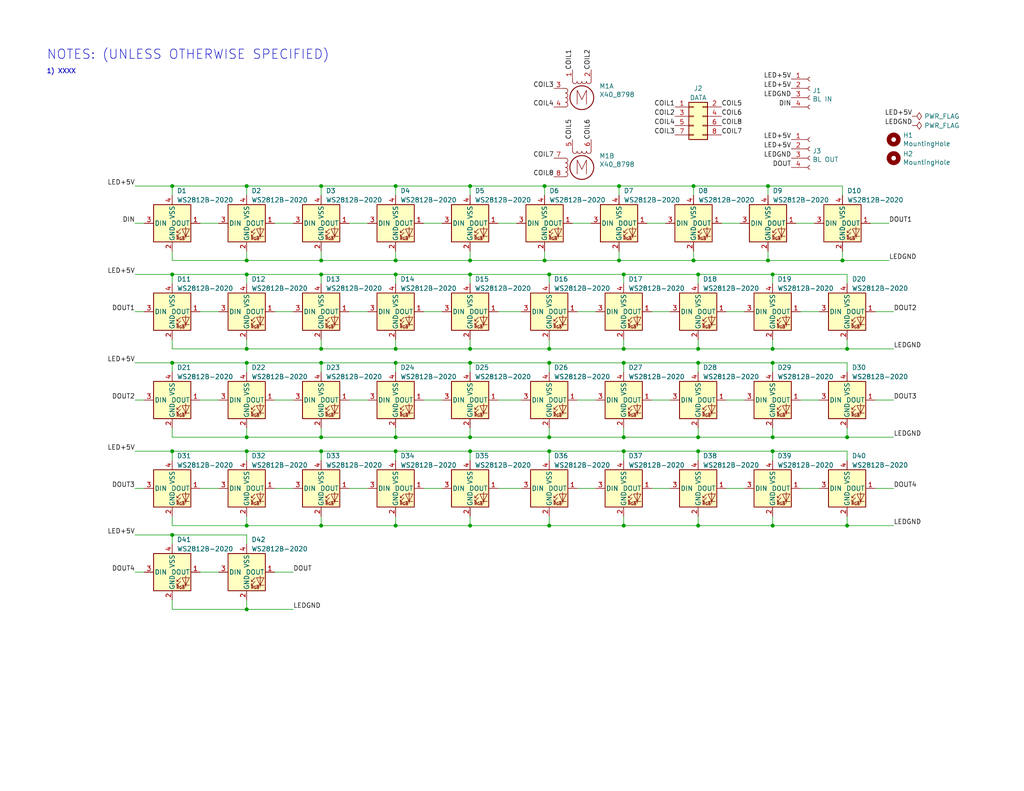
<source format=kicad_sch>
(kicad_sch (version 20211123) (generator eeschema)
  (paper "A")
  (title_block (title "DUAL NEEDLE GAUGE") (date "2021-11-06") (rev "1") (company "www.OpenHornet.com") (comment 1 "CC BY-NC-SA"))
  (lib_symbols
    (symbol "Connector:Conn_01x04_Female" (pin_names (offset 1.016) hide)
      (property "Reference" "J" (at 0 5.08 0))
      (property "Value" "Conn_01x04_Female" (at 0 -7.62 0))
      (symbol "Conn_01x04_Female_1_1"
        (arc (start 0 -4.572) (mid -0.508 -5.08) (end 0 -5.588) (stroke (width 0.1524)))
        (arc (start 0 -2.032) (mid -0.508 -2.54) (end 0 -3.048) (stroke (width 0.1524)))
        (polyline (pts (xy -1.27 -5.08) (xy -0.508 -5.08)) (stroke (width 0.1524)))
        (polyline (pts (xy -1.27 -2.54) (xy -0.508 -2.54)) (stroke (width 0.1524)))
        (polyline (pts (xy -1.27 0) (xy -0.508 0)) (stroke (width 0.1524)))
        (polyline (pts (xy -1.27 2.54) (xy -0.508 2.54)) (stroke (width 0.1524)))
        (arc (start 0 0.508) (mid -0.508 0) (end 0 -0.508) (stroke (width 0.1524)))
        (arc (start 0 3.048) (mid -0.508 2.54) (end 0 2.032) (stroke (width 0.1524)))
        (pin passive line (at -5.08 2.54 0) (length 3.81) (name "Pin_1") (number "1"))
        (pin passive line (at -5.08 0 0) (length 3.81) (name "Pin_2") (number "2"))
        (pin passive line (at -5.08 -2.54 0) (length 3.81) (name "Pin_3") (number "3"))
        (pin passive line (at -5.08 -5.08 0) (length 3.81) (name "Pin_4") (number "4"))
      )
    )
    (symbol "Connector_Generic:Conn_02x04_Odd_Even" (pin_names (offset 1.016) hide)
      (property "Reference" "J" (at 1.27 5.08 0))
      (property "Value" "Conn_02x04_Odd_Even" (at 1.27 -7.62 0))
      (symbol "Conn_02x04_Odd_Even_1_1"
        (rectangle (start -1.27 -4.953) (end 0 -5.207) (stroke (width 0.1524)))
        (rectangle (start -1.27 -2.413) (end 0 -2.667) (stroke (width 0.1524)))
        (rectangle (start -1.27 0.127) (end 0 -0.127) (stroke (width 0.1524)))
        (rectangle (start -1.27 2.667) (end 0 2.413) (stroke (width 0.1524)))
        (rectangle (start -1.27 3.81) (end 3.81 -6.35) (stroke (width 0.254)) (fill (type background)))
        (rectangle (start 3.81 -4.953) (end 2.54 -5.207) (stroke (width 0.1524)))
        (rectangle (start 3.81 -2.413) (end 2.54 -2.667) (stroke (width 0.1524)))
        (rectangle (start 3.81 0.127) (end 2.54 -0.127) (stroke (width 0.1524)))
        (rectangle (start 3.81 2.667) (end 2.54 2.413) (stroke (width 0.1524)))
        (pin passive line (at -5.08 2.54 0) (length 3.81) (name "Pin_1") (number "1"))
        (pin passive line (at 7.62 2.54 180) (length 3.81) (name "Pin_2") (number "2"))
        (pin passive line (at -5.08 0 0) (length 3.81) (name "Pin_3") (number "3"))
        (pin passive line (at 7.62 0 180) (length 3.81) (name "Pin_4") (number "4"))
        (pin passive line (at -5.08 -2.54 0) (length 3.81) (name "Pin_5") (number "5"))
        (pin passive line (at 7.62 -2.54 180) (length 3.81) (name "Pin_6") (number "6"))
        (pin passive line (at -5.08 -5.08 0) (length 3.81) (name "Pin_7") (number "7"))
        (pin passive line (at 7.62 -5.08 180) (length 3.81) (name "Pin_8") (number "8"))
      )
    )
    (symbol "KiCadCustomLib:WS2812B-2020" (pin_names (offset 0.254))
      (property "Reference" "D" (at 5.08 5.715 0))
      (property "Value" "WS2812B-2020" (at 1.27 -5.715 0))
      (symbol "WS2812B-2020_0_0"
        (text "RGB" (at 2.286 -4.191 0) (effects (font (size 0.762 0.762))))
      )
      (symbol "WS2812B-2020_0_1"
        (polyline (pts (xy 1.27 -3.556) (xy 1.778 -3.556)))
        (polyline (pts (xy 1.27 -2.54) (xy 1.778 -2.54)))
        (polyline (pts (xy 4.699 -3.556) (xy 2.667 -3.556)))
        (polyline (pts (xy 2.286 -2.54) (xy 1.27 -3.556) (xy 1.27 -3.048)))
        (polyline (pts (xy 2.286 -1.524) (xy 1.27 -2.54) (xy 1.27 -2.032)))
        (polyline (pts (xy 3.683 -1.016) (xy 3.683 -3.556) (xy 3.683 -4.064)))
        (polyline (pts (xy 4.699 -1.524) (xy 2.667 -1.524) (xy 3.683 -3.556) (xy 4.699 -1.524)))
        (rectangle (start 5.08 5.08) (end -5.08 -5.08) (stroke (width 0.254)) (fill (type background)))
      )
      (symbol "WS2812B-2020_1_1"
        (pin output line (at 7.62 0 180) (length 2.54) (name "DOUT") (number "1"))
        (pin power_in line (at 0 -7.62 90) (length 2.54) (name "GND") (number "2"))
        (pin input line (at -7.62 0 0) (length 2.54) (name "DIN") (number "3"))
        (pin power_in line (at 0 7.62 270) (length 2.54) (name "VSS") (number "4"))
      )
    )
    (symbol "KiCadCustomLib:X40_8798" (pin_names (offset 0) hide)
      (property "Reference" "M" (at 3.81 2.54 0))
      (property "Value" "X40_8798" (at 3.81 1.27 0))
      (symbol "X40_8798_0_0"
        (polyline (pts (xy -1.27 -1.778) (xy -1.27 2.032) (xy 0 -0.508) (xy 1.27 2.032) (xy 1.27 -1.778)))
      )
      (symbol "X40_8798_0_1"
        (arc (start -4.445 -2.54) (mid -3.81 -1.905) (end -4.445 -1.27))
        (arc (start -4.445 -1.27) (mid -3.81 -0.635) (end -4.445 0))
        (arc (start -4.445 0) (mid -3.81 0.635) (end -4.445 1.27))
        (arc (start -4.445 1.27) (mid -3.81 1.905) (end -4.445 2.54))
        (arc (start -2.54 4.445) (mid -1.905 3.81) (end -1.27 4.445))
        (arc (start -1.27 4.445) (mid -0.635 3.81) (end 0 4.445))
        (polyline (pts (xy -5.08 -2.54) (xy -4.445 -2.54)))
        (polyline (pts (xy -5.08 2.54) (xy -4.445 2.54)))
        (polyline (pts (xy -2.54 5.08) (xy -2.54 4.445)))
        (polyline (pts (xy 2.54 5.08) (xy 2.54 4.445)))
        (circle (center 0 0) (radius 3.2512) (stroke (width 0.254)))
        (arc (start 0 4.445) (mid 0.635 3.81) (end 1.27 4.445))
        (arc (start 1.27 4.445) (mid 1.905 3.81) (end 2.54 4.445))
      )
      (symbol "X40_8798_1_1"
        (pin passive line (at -2.54 7.62 270) (length 2.54) (name "~") (number "1"))
        (pin passive line (at 2.54 7.62 270) (length 2.54) (name "-") (number "2"))
        (pin passive line (at -7.62 2.54 0) (length 2.54) (name "~") (number "3"))
        (pin passive line (at -7.62 -2.54 0) (length 2.54) (name "~") (number "4"))
      )
      (symbol "X40_8798_2_1"
        (pin passive line (at -2.54 7.62 270) (length 2.54) (name "~") (number "5"))
        (pin passive line (at 2.54 7.62 270) (length 2.54) (name "-") (number "6"))
        (pin passive line (at -7.62 2.54 0) (length 2.54) (name "~") (number "7"))
        (pin passive line (at -7.62 -2.54 0) (length 2.54) (name "~") (number "8"))
      )
    )
    (symbol "Mechanical:MountingHole" (pin_names (offset 1.016))
      (property "Reference" "H" (at 0 5.08 0))
      (property "Value" "MountingHole" (at 0 3.175 0))
      (symbol "MountingHole_0_1"
        (circle (center 0 0) (radius 1.27) (stroke (width 1.27)))
      )
    )
    (symbol "power:PWR_FLAG" (power) (pin_numbers hide) (pin_names (offset 0) hide)
      (property "Value" "PWR_FLAG" (at 0 3.81 0))
      (symbol "PWR_FLAG_0_0"
        (pin power_out line (at 0 0 90) (length 0) (name "pwr") (number "1"))
      )
      (symbol "PWR_FLAG_0_1"
        (polyline (pts (xy 0 0) (xy 0 1.27) (xy -1.016 1.905) (xy 0 2.54) (xy 1.016 1.905) (xy 0 1.27)))
      )
    )
  )
  (junction (at 209.55 71.12))
  (junction (at 128.27 123.19))
  (junction (at 190.5 95.25))
  (junction (at 107.95 74.93))
  (junction (at 128.27 143.51))
  (junction (at 87.63 95.25))
  (junction (at 128.27 71.12))
  (junction (at 168.91 71.12))
  (junction (at 67.31 95.25))
  (junction (at 210.82 74.93))
  (junction (at 148.59 71.12))
  (junction (at 128.27 74.93))
  (junction (at 209.55 50.8))
  (junction (at 210.82 99.06))
  (junction (at 67.31 166.37))
  (junction (at 170.18 95.25))
  (junction (at 190.5 99.06))
  (junction (at 190.5 119.38))
  (junction (at 46.99 99.06))
  (junction (at 170.18 123.19))
  (junction (at 46.99 50.8))
  (junction (at 87.63 143.51))
  (junction (at 231.14 119.38))
  (junction (at 170.18 99.06))
  (junction (at 107.95 71.12))
  (junction (at 128.27 99.06))
  (junction (at 67.31 143.51))
  (junction (at 190.5 123.19))
  (junction (at 67.31 123.19))
  (junction (at 107.95 50.8))
  (junction (at 87.63 50.8))
  (junction (at 231.14 95.25))
  (junction (at 87.63 74.93))
  (junction (at 87.63 123.19))
  (junction (at 210.82 95.25))
  (junction (at 67.31 71.12))
  (junction (at 189.23 71.12))
  (junction (at 190.5 74.93))
  (junction (at 107.95 119.38))
  (junction (at 149.86 143.51))
  (junction (at 107.95 123.19))
  (junction (at 149.86 74.93))
  (junction (at 210.82 143.51))
  (junction (at 67.31 74.93))
  (junction (at 190.5 143.51))
  (junction (at 210.82 123.19))
  (junction (at 46.99 123.19))
  (junction (at 149.86 119.38))
  (junction (at 46.99 74.93))
  (junction (at 128.27 95.25))
  (junction (at 170.18 74.93))
  (junction (at 149.86 123.19))
  (junction (at 168.91 50.8))
  (junction (at 148.59 50.8))
  (junction (at 67.31 99.06))
  (junction (at 107.95 95.25))
  (junction (at 87.63 119.38))
  (junction (at 170.18 119.38))
  (junction (at 149.86 99.06))
  (junction (at 128.27 119.38))
  (junction (at 128.27 50.8))
  (junction (at 67.31 50.8))
  (junction (at 87.63 99.06))
  (junction (at 107.95 99.06))
  (junction (at 67.31 119.38))
  (junction (at 170.18 143.51))
  (junction (at 107.95 143.51))
  (junction (at 46.99 146.05))
  (junction (at 87.63 71.12))
  (junction (at 229.87 71.12))
  (junction (at 149.86 95.25))
  (junction (at 210.82 119.38))
  (junction (at 189.23 50.8))
  (junction (at 231.14 143.51))
  (wire (pts (xy 209.55 50.8) (xy 229.87 50.8)))
  (wire (pts (xy 168.91 68.58) (xy 168.91 71.12)))
  (wire (pts (xy 189.23 53.34) (xy 189.23 50.8)))
  (wire (pts (xy 190.5 77.47) (xy 190.5 74.93)))
  (wire (pts (xy 128.27 68.58) (xy 128.27 71.12)))
  (wire (pts (xy 128.27 116.84) (xy 128.27 119.38)))
  (wire (pts (xy 142.24 133.35) (xy 135.89 133.35)))
  (wire (pts (xy 210.82 95.25) (xy 231.14 95.25)))
  (wire (pts (xy 190.5 74.93) (xy 210.82 74.93)))
  (wire (pts (xy 46.99 148.59) (xy 46.99 146.05)))
  (wire (pts (xy 128.27 71.12) (xy 148.59 71.12)))
  (wire (pts (xy 67.31 68.58) (xy 67.31 71.12)))
  (wire (pts (xy 46.99 119.38) (xy 67.31 119.38)))
  (wire (pts (xy 149.86 77.47) (xy 149.86 74.93)))
  (wire (pts (xy 231.14 95.25) (xy 243.84 95.25)))
  (wire (pts (xy 46.99 123.19) (xy 67.31 123.19)))
  (wire (pts (xy 67.31 119.38) (xy 87.63 119.38)))
  (wire (pts (xy 229.87 53.34) (xy 229.87 50.8)))
  (wire (pts (xy 198.12 109.22) (xy 203.2 109.22)))
  (wire (pts (xy 190.5 143.51) (xy 210.82 143.51)))
  (wire (pts (xy 157.48 133.35) (xy 162.56 133.35)))
  (wire (pts (xy 210.82 143.51) (xy 231.14 143.51)))
  (wire (pts (xy 209.55 71.12) (xy 229.87 71.12)))
  (wire (pts (xy 46.99 116.84) (xy 46.99 119.38)))
  (wire (pts (xy 149.86 119.38) (xy 170.18 119.38)))
  (wire (pts (xy 170.18 119.38) (xy 190.5 119.38)))
  (wire (pts (xy 115.57 133.35) (xy 120.65 133.35)))
  (wire (pts (xy 209.55 53.34) (xy 209.55 50.8)))
  (wire (pts (xy 170.18 143.51) (xy 190.5 143.51)))
  (wire (pts (xy 198.12 85.09) (xy 203.2 85.09)))
  (wire (pts (xy 209.55 68.58) (xy 209.55 71.12)))
  (wire (pts (xy 135.89 85.09) (xy 142.24 85.09)))
  (wire (pts (xy 87.63 125.73) (xy 87.63 123.19)))
  (wire (pts (xy 87.63 99.06) (xy 107.95 99.06)))
  (wire (pts (xy 107.95 116.84) (xy 107.95 119.38)))
  (wire (pts (xy 128.27 95.25) (xy 149.86 95.25)))
  (wire (pts (xy 231.14 119.38) (xy 243.84 119.38)))
  (wire (pts (xy 170.18 77.47) (xy 170.18 74.93)))
  (wire (pts (xy 198.12 133.35) (xy 203.2 133.35)))
  (wire (pts (xy 46.99 123.19) (xy 36.83 123.19)))
  (wire (pts (xy 218.44 85.09) (xy 223.52 85.09)))
  (wire (pts (xy 217.17 60.96) (xy 222.25 60.96)))
  (wire (pts (xy 46.99 143.51) (xy 67.31 143.51)))
  (wire (pts (xy 176.53 60.96) (xy 181.61 60.96)))
  (wire (pts (xy 190.5 101.6) (xy 190.5 99.06)))
  (wire (pts (xy 107.95 101.6) (xy 107.95 99.06)))
  (wire (pts (xy 67.31 116.84) (xy 67.31 119.38)))
  (wire (pts (xy 107.95 53.34) (xy 107.95 50.8)))
  (wire (pts (xy 128.27 50.8) (xy 148.59 50.8)))
  (wire (pts (xy 87.63 68.58) (xy 87.63 71.12)))
  (wire (pts (xy 170.18 74.93) (xy 190.5 74.93)))
  (wire (pts (xy 67.31 140.97) (xy 67.31 143.51)))
  (wire (pts (xy 231.14 77.47) (xy 231.14 74.93)))
  (wire (pts (xy 46.99 163.83) (xy 46.99 166.37)))
  (wire (pts (xy 190.5 140.97) (xy 190.5 143.51)))
  (wire (pts (xy 237.49 60.96) (xy 242.57 60.96)))
  (wire (pts (xy 46.99 140.97) (xy 46.99 143.51)))
  (wire (pts (xy 46.99 125.73) (xy 46.99 123.19)))
  (wire (pts (xy 157.48 109.22) (xy 162.56 109.22)))
  (wire (pts (xy 128.27 125.73) (xy 128.27 123.19)))
  (wire (pts (xy 107.95 143.51) (xy 128.27 143.51)))
  (wire (pts (xy 46.99 99.06) (xy 67.31 99.06)))
  (wire (pts (xy 128.27 74.93) (xy 149.86 74.93)))
  (wire (pts (xy 238.76 133.35) (xy 243.84 133.35)))
  (wire (pts (xy 168.91 50.8) (xy 189.23 50.8)))
  (wire (pts (xy 46.99 71.12) (xy 67.31 71.12)))
  (wire (pts (xy 177.8 85.09) (xy 182.88 85.09)))
  (wire (pts (xy 218.44 133.35) (xy 223.52 133.35)))
  (wire (pts (xy 229.87 71.12) (xy 242.57 71.12)))
  (wire (pts (xy 168.91 53.34) (xy 168.91 50.8)))
  (wire (pts (xy 210.82 125.73) (xy 210.82 123.19)))
  (wire (pts (xy 39.37 156.21) (xy 36.83 156.21)))
  (wire (pts (xy 149.86 125.73) (xy 149.86 123.19)))
  (wire (pts (xy 107.95 77.47) (xy 107.95 74.93)))
  (wire (pts (xy 87.63 92.71) (xy 87.63 95.25)))
  (wire (pts (xy 107.95 119.38) (xy 128.27 119.38)))
  (wire (pts (xy 148.59 50.8) (xy 168.91 50.8)))
  (wire (pts (xy 67.31 148.59) (xy 67.31 146.05)))
  (wire (pts (xy 210.82 92.71) (xy 210.82 95.25)))
  (wire (pts (xy 95.25 60.96) (xy 100.33 60.96)))
  (wire (pts (xy 87.63 101.6) (xy 87.63 99.06)))
  (wire (pts (xy 189.23 50.8) (xy 209.55 50.8)))
  (wire (pts (xy 107.95 71.12) (xy 128.27 71.12)))
  (wire (pts (xy 107.95 92.71) (xy 107.95 95.25)))
  (wire (pts (xy 107.95 140.97) (xy 107.95 143.51)))
  (wire (pts (xy 149.86 140.97) (xy 149.86 143.51)))
  (wire (pts (xy 210.82 99.06) (xy 231.14 99.06)))
  (wire (pts (xy 87.63 119.38) (xy 107.95 119.38)))
  (wire (pts (xy 238.76 85.09) (xy 243.84 85.09)))
  (wire (pts (xy 128.27 101.6) (xy 128.27 99.06)))
  (wire (pts (xy 87.63 77.47) (xy 87.63 74.93)))
  (wire (pts (xy 46.99 146.05) (xy 36.83 146.05)))
  (wire (pts (xy 54.61 85.09) (xy 59.69 85.09)))
  (wire (pts (xy 115.57 85.09) (xy 120.65 85.09)))
  (wire (pts (xy 74.93 109.22) (xy 80.01 109.22)))
  (wire (pts (xy 107.95 50.8) (xy 128.27 50.8)))
  (wire (pts (xy 128.27 119.38) (xy 149.86 119.38)))
  (wire (pts (xy 229.87 68.58) (xy 229.87 71.12)))
  (wire (pts (xy 95.25 133.35) (xy 100.33 133.35)))
  (wire (pts (xy 170.18 92.71) (xy 170.18 95.25)))
  (wire (pts (xy 46.99 74.93) (xy 67.31 74.93)))
  (wire (pts (xy 177.8 109.22) (xy 182.88 109.22)))
  (wire (pts (xy 135.89 60.96) (xy 140.97 60.96)))
  (wire (pts (xy 149.86 116.84) (xy 149.86 119.38)))
  (wire (pts (xy 67.31 101.6) (xy 67.31 99.06)))
  (wire (pts (xy 67.31 143.51) (xy 87.63 143.51)))
  (wire (pts (xy 87.63 140.97) (xy 87.63 143.51)))
  (wire (pts (xy 107.95 74.93) (xy 128.27 74.93)))
  (wire (pts (xy 74.93 156.21) (xy 80.01 156.21)))
  (wire (pts (xy 74.93 133.35) (xy 80.01 133.35)))
  (wire (pts (xy 149.86 92.71) (xy 149.86 95.25)))
  (wire (pts (xy 238.76 109.22) (xy 243.84 109.22)))
  (wire (pts (xy 189.23 68.58) (xy 189.23 71.12)))
  (wire (pts (xy 210.82 101.6) (xy 210.82 99.06)))
  (wire (pts (xy 67.31 125.73) (xy 67.31 123.19)))
  (wire (pts (xy 46.99 146.05) (xy 67.31 146.05)))
  (wire (pts (xy 128.27 123.19) (xy 149.86 123.19)))
  (wire (pts (xy 170.18 140.97) (xy 170.18 143.51)))
  (wire (pts (xy 231.14 143.51) (xy 243.84 143.51)))
  (wire (pts (xy 170.18 99.06) (xy 190.5 99.06)))
  (wire (pts (xy 170.18 116.84) (xy 170.18 119.38)))
  (wire (pts (xy 67.31 99.06) (xy 87.63 99.06)))
  (wire (pts (xy 67.31 53.34) (xy 67.31 50.8)))
  (wire (pts (xy 148.59 71.12) (xy 168.91 71.12)))
  (wire (pts (xy 231.14 101.6) (xy 231.14 99.06)))
  (wire (pts (xy 87.63 74.93) (xy 107.95 74.93)))
  (wire (pts (xy 128.27 143.51) (xy 149.86 143.51)))
  (wire (pts (xy 46.99 53.34) (xy 46.99 50.8)))
  (wire (pts (xy 87.63 71.12) (xy 107.95 71.12)))
  (wire (pts (xy 142.24 109.22) (xy 135.89 109.22)))
  (wire (pts (xy 210.82 77.47) (xy 210.82 74.93)))
  (wire (pts (xy 190.5 95.25) (xy 210.82 95.25)))
  (wire (pts (xy 170.18 95.25) (xy 190.5 95.25)))
  (wire (pts (xy 149.86 143.51) (xy 170.18 143.51)))
  (wire (pts (xy 190.5 119.38) (xy 210.82 119.38)))
  (wire (pts (xy 231.14 116.84) (xy 231.14 119.38)))
  (wire (pts (xy 128.27 53.34) (xy 128.27 50.8)))
  (wire (pts (xy 128.27 140.97) (xy 128.27 143.51)))
  (wire (pts (xy 157.48 85.09) (xy 162.56 85.09)))
  (wire (pts (xy 54.61 60.96) (xy 59.69 60.96)))
  (wire (pts (xy 54.61 109.22) (xy 59.69 109.22)))
  (wire (pts (xy 107.95 68.58) (xy 107.95 71.12)))
  (wire (pts (xy 190.5 92.71) (xy 190.5 95.25)))
  (wire (pts (xy 39.37 133.35) (xy 36.83 133.35)))
  (wire (pts (xy 39.37 60.96) (xy 36.83 60.96)))
  (wire (pts (xy 218.44 109.22) (xy 223.52 109.22)))
  (wire (pts (xy 80.01 166.37) (xy 67.31 166.37)))
  (wire (pts (xy 148.59 53.34) (xy 148.59 50.8)))
  (wire (pts (xy 210.82 123.19) (xy 231.14 123.19)))
  (wire (pts (xy 46.99 74.93) (xy 36.83 74.93)))
  (wire (pts (xy 67.31 123.19) (xy 87.63 123.19)))
  (wire (pts (xy 196.85 60.96) (xy 201.93 60.96)))
  (wire (pts (xy 46.99 166.37) (xy 67.31 166.37)))
  (wire (pts (xy 67.31 92.71) (xy 67.31 95.25)))
  (wire (pts (xy 190.5 125.73) (xy 190.5 123.19)))
  (wire (pts (xy 149.86 123.19) (xy 170.18 123.19)))
  (wire (pts (xy 128.27 99.06) (xy 149.86 99.06)))
  (wire (pts (xy 231.14 92.71) (xy 231.14 95.25)))
  (wire (pts (xy 67.31 77.47) (xy 67.31 74.93)))
  (wire (pts (xy 46.99 99.06) (xy 36.83 99.06)))
  (wire (pts (xy 46.99 50.8) (xy 67.31 50.8)))
  (wire (pts (xy 149.86 101.6) (xy 149.86 99.06)))
  (wire (pts (xy 149.86 74.93) (xy 170.18 74.93)))
  (wire (pts (xy 148.59 68.58) (xy 148.59 71.12)))
  (wire (pts (xy 87.63 53.34) (xy 87.63 50.8)))
  (wire (pts (xy 46.99 92.71) (xy 46.99 95.25)))
  (wire (pts (xy 87.63 116.84) (xy 87.63 119.38)))
  (wire (pts (xy 67.31 95.25) (xy 87.63 95.25)))
  (wire (pts (xy 87.63 143.51) (xy 107.95 143.51)))
  (wire (pts (xy 210.82 116.84) (xy 210.82 119.38)))
  (wire (pts (xy 210.82 74.93) (xy 231.14 74.93)))
  (wire (pts (xy 156.21 60.96) (xy 161.29 60.96)))
  (wire (pts (xy 190.5 116.84) (xy 190.5 119.38)))
  (wire (pts (xy 190.5 123.19) (xy 210.82 123.19)))
  (wire (pts (xy 46.99 95.25) (xy 67.31 95.25)))
  (wire (pts (xy 54.61 156.21) (xy 59.69 156.21)))
  (wire (pts (xy 128.27 92.71) (xy 128.27 95.25)))
  (wire (pts (xy 67.31 71.12) (xy 87.63 71.12)))
  (wire (pts (xy 46.99 77.47) (xy 46.99 74.93)))
  (wire (pts (xy 170.18 123.19) (xy 190.5 123.19)))
  (wire (pts (xy 46.99 50.8) (xy 36.83 50.8)))
  (wire (pts (xy 74.93 60.96) (xy 80.01 60.96)))
  (wire (pts (xy 168.91 71.12) (xy 189.23 71.12)))
  (wire (pts (xy 149.86 99.06) (xy 170.18 99.06)))
  (wire (pts (xy 67.31 50.8) (xy 87.63 50.8)))
  (wire (pts (xy 95.25 109.22) (xy 100.33 109.22)))
  (wire (pts (xy 46.99 101.6) (xy 46.99 99.06)))
  (wire (pts (xy 149.86 95.25) (xy 170.18 95.25)))
  (wire (pts (xy 115.57 60.96) (xy 120.65 60.96)))
  (wire (pts (xy 231.14 125.73) (xy 231.14 123.19)))
  (wire (pts (xy 107.95 123.19) (xy 128.27 123.19)))
  (wire (pts (xy 107.95 99.06) (xy 128.27 99.06)))
  (wire (pts (xy 39.37 85.09) (xy 36.83 85.09)))
  (wire (pts (xy 54.61 133.35) (xy 59.69 133.35)))
  (wire (pts (xy 87.63 50.8) (xy 107.95 50.8)))
  (wire (pts (xy 231.14 140.97) (xy 231.14 143.51)))
  (wire (pts (xy 170.18 101.6) (xy 170.18 99.06)))
  (wire (pts (xy 177.8 133.35) (xy 182.88 133.35)))
  (wire (pts (xy 95.25 85.09) (xy 100.33 85.09)))
  (wire (pts (xy 189.23 71.12) (xy 209.55 71.12)))
  (wire (pts (xy 210.82 119.38) (xy 231.14 119.38)))
  (wire (pts (xy 115.57 109.22) (xy 120.65 109.22)))
  (wire (pts (xy 67.31 74.93) (xy 87.63 74.93)))
  (wire (pts (xy 67.31 163.83) (xy 67.31 166.37)))
  (wire (pts (xy 107.95 125.73) (xy 107.95 123.19)))
  (wire (pts (xy 46.99 68.58) (xy 46.99 71.12)))
  (wire (pts (xy 107.95 95.25) (xy 128.27 95.25)))
  (wire (pts (xy 87.63 123.19) (xy 107.95 123.19)))
  (wire (pts (xy 210.82 140.97) (xy 210.82 143.51)))
  (wire (pts (xy 170.18 125.73) (xy 170.18 123.19)))
  (wire (pts (xy 74.93 85.09) (xy 80.01 85.09)))
  (wire (pts (xy 190.5 99.06) (xy 210.82 99.06)))
  (wire (pts (xy 87.63 95.25) (xy 107.95 95.25)))
  (wire (pts (xy 39.37 109.22) (xy 36.83 109.22)))
  (wire (pts (xy 128.27 77.47) (xy 128.27 74.93)))
  (text "1) XXXX" (at 12.7 20.32 0) (effects (font (size 1.27 1.27)) (justify left bottom)))
  (text "1) XXXX" (at 12.7 20.32 0) (effects (font (size 1.27 1.27)) (justify left bottom)))
  (text "NOTES: (UNLESS OTHERWISE SPECIFIED)" (at 12.7 16.51 0) (effects (font (size 2.54 2.54)) (justify left bottom)))
  (label "COIL5" (at 196.85 29.21 0))
  (label "LED+5V" (at 248.92 31.75 180))
  (label "LEDGND" (at 215.9 26.67 180))
  (label "LED+5V" (at 36.83 74.93 180))
  (label "COIL8" (at 151.13 48.26 180))
  (label "LEDGND" (at 215.9 43.18 180))
  (label "COIL6" (at 161.29 38.1 90))
  (label "COIL4" (at 184.15 34.29 180))
  (label "COIL7" (at 196.85 36.83 0))
  (label "LEDGND" (at 243.84 119.38 0))
  (label "COIL6" (at 196.85 31.75 0))
  (label "DOUT3" (at 243.84 109.22 0))
  (label "DOUT4" (at 243.84 133.35 0))
  (label "DOUT1" (at 36.83 85.09 180))
  (label "LED+5V" (at 215.9 38.1 180))
  (label "COIL1" (at 184.15 29.21 180))
  (label "DOUT" (at 80.01 156.21 0))
  (label "LEDGND" (at 248.92 34.29 180))
  (label "COIL3" (at 184.15 36.83 180))
  (label "DOUT2" (at 36.83 109.22 180))
  (label "LEDGND" (at 243.84 95.25 0))
  (label "LEDGND" (at 242.57 71.12 0))
  (label "LED+5V" (at 36.83 146.05 180))
  (label "COIL8" (at 196.85 34.29 0))
  (label "LED+5V" (at 36.83 99.06 180))
  (label "COIL3" (at 151.13 24.13 180))
  (label "COIL1" (at 156.21 19.05 90))
  (label "DOUT" (at 215.9 45.72 180))
  (label "DIN" (at 36.83 60.96 180))
  (label "COIL2" (at 184.15 31.75 180))
  (label "DOUT1" (at 242.57 60.96 0))
  (label "DIN" (at 215.9 29.21 180))
  (label "COIL5" (at 156.21 38.1 90))
  (label "LED+5V" (at 215.9 24.13 180))
  (label "LED+5V" (at 215.9 40.64 180))
  (label "COIL2" (at 161.29 19.05 90))
  (label "LED+5V" (at 36.83 123.19 180))
  (label "DOUT2" (at 243.84 85.09 0))
  (label "LEDGND" (at 80.01 166.37 0))
  (label "LED+5V" (at 215.9 21.59 180))
  (label "DOUT4" (at 36.83 156.21 180))
  (label "LED+5V" (at 36.83 50.8 180))
  (label "COIL7" (at 151.13 43.18 180))
  (label "DOUT3" (at 36.83 133.35 180))
  (label "COIL4" (at 151.13 29.21 180))
  (label "LEDGND" (at 243.84 143.51 0))
  (symbol (lib_id "Connector:Conn_01x04_Female") (at 220.98 24.13 0) (unit 1)
    (property "Reference" "J1" (at 221.6912 24.7396 0) (effects (justify left)))
    (property "Value" "BL IN" (at 221.6912 27.051 0) (effects (justify left)))
    (property "Footprint" "Connector_Molex:Molex_Mini-Fit_Jr_5566-04A_2x02_P4.20mm_Vertical" (effects hide))
  )
  (symbol (lib_id "Connector:Conn_01x04_Female") (at 220.98 40.64 0) (unit 1)
    (property "Reference" "J3" (at 221.6912 41.2496 0) (effects (justify left)))
    (property "Value" "BL OUT" (at 221.6912 43.561 0) (effects (justify left)))
    (property "Footprint" "Connector_Molex:Molex_Mini-Fit_Jr_5566-04A_2x02_P4.20mm_Vertical" (effects hide))
  )
  (symbol (lib_id "Connector_Generic:Conn_02x04_Odd_Even") (at 189.23 31.75 0) (unit 1)
    (property "Reference" "J2" (at 190.5 24.13 0))
    (property "Value" "DATA" (at 190.5 26.67 0))
    (property "Footprint" "Connector_PinHeader_2.54mm:PinHeader_2x04_P2.54mm_Vertical" (effects hide))
  )
  (symbol (lib_id "KiCadCustomLib:X40_8798") (at 158.75 26.67 0) (unit 1)
    (property "Reference" "M1" (at 163.5252 23.5204 0) (effects (justify left)))
    (property "Value" "X40_8798" (at 163.5252 25.8318 0) (effects (justify left)))
    (property "Footprint" "KiCAD Libraries:x40_8798" (effects hide))
    (property "Datasheet" "https://www.jukenswisstech.com/JSTFiles/downloads/2011/03/X40_Flyer_v1.1.pdf" (effects hide))
  )
  (symbol (lib_id "KiCadCustomLib:X40_8798") (at 158.75 45.72 0) (unit 2)
    (property "Reference" "M1" (at 163.5252 42.5704 0) (effects (justify left)))
    (property "Value" "X40_8798" (at 163.5252 44.8818 0) (effects (justify left)))
    (property "Footprint" "KiCAD Libraries:x40_8798" (effects hide))
    (property "Datasheet" "https://www.jukenswisstech.com/JSTFiles/downloads/2011/03/X40_Flyer_v1.1.pdf" (effects hide))
  )
  (symbol (lib_id "KiCadCustomLib:WS2812B-2020") (at 46.99 60.96 0) (unit 1)
    (property "Reference" "D1" (at 48.26 52.07 0) (effects (justify left)))
    (property "Value" "WS2812B-2020" (at 48.26 54.61 0) (effects (justify left)))
    (property "Footprint" "Openhornet:WS2812-2020" (effects hide))
    (property "Datasheet" "https://www.mouser.com/pdfDocs/WS2812B-2020_V10_EN_181106150240761.pdf" (effects hide))
    (property "LCSC" "C965555" (effects hide))
  )
  (symbol (lib_id "KiCadCustomLib:WS2812B-2020") (at 67.31 60.96 0) (unit 1)
    (property "Reference" "D2" (at 68.58 52.07 0) (effects (justify left)))
    (property "Value" "WS2812B-2020" (at 68.58 54.61 0) (effects (justify left)))
    (property "Footprint" "Openhornet:WS2812-2020" (effects hide))
    (property "Datasheet" "https://www.mouser.com/pdfDocs/WS2812B-2020_V10_EN_181106150240761.pdf" (effects hide))
    (property "LCSC" "C965555" (effects hide))
  )
  (symbol (lib_id "KiCadCustomLib:WS2812B-2020") (at 87.63 60.96 0) (unit 1)
    (property "Reference" "D3" (at 88.9 52.07 0) (effects (justify left)))
    (property "Value" "WS2812B-2020" (at 88.9 54.61 0) (effects (justify left)))
    (property "Footprint" "Openhornet:WS2812-2020" (effects hide))
    (property "Datasheet" "https://www.mouser.com/pdfDocs/WS2812B-2020_V10_EN_181106150240761.pdf" (effects hide))
    (property "LCSC" "C965555" (effects hide))
  )
  (symbol (lib_id "KiCadCustomLib:WS2812B-2020") (at 107.95 60.96 0) (unit 1)
    (property "Reference" "D4" (at 109.22 52.07 0) (effects (justify left)))
    (property "Value" "WS2812B-2020" (at 109.22 54.61 0) (effects (justify left)))
    (property "Footprint" "Openhornet:WS2812-2020" (effects hide))
    (property "Datasheet" "https://www.mouser.com/pdfDocs/WS2812B-2020_V10_EN_181106150240761.pdf" (effects hide))
    (property "LCSC" "C965555" (effects hide))
  )
  (symbol (lib_id "KiCadCustomLib:WS2812B-2020") (at 128.27 60.96 0) (unit 1)
    (property "Reference" "D5" (at 129.54 52.07 0) (effects (justify left)))
    (property "Value" "WS2812B-2020" (at 129.54 54.61 0) (effects (justify left)))
    (property "Footprint" "Openhornet:WS2812-2020" (effects hide))
    (property "Datasheet" "https://www.mouser.com/pdfDocs/WS2812B-2020_V10_EN_181106150240761.pdf" (effects hide))
    (property "LCSC" "C965555" (effects hide))
  )
  (symbol (lib_id "KiCadCustomLib:WS2812B-2020") (at 46.99 85.09 0) (unit 1)
    (property "Reference" "D11" (at 48.26 76.2 0) (effects (justify left)))
    (property "Value" "WS2812B-2020" (at 48.26 78.74 0) (effects (justify left)))
    (property "Footprint" "Openhornet:WS2812-2020" (effects hide))
    (property "Datasheet" "https://www.mouser.com/pdfDocs/WS2812B-2020_V10_EN_181106150240761.pdf" (effects hide))
    (property "LCSC" "C965555" (effects hide))
  )
  (symbol (lib_id "KiCadCustomLib:WS2812B-2020") (at 67.31 85.09 0) (unit 1)
    (property "Reference" "D12" (at 68.58 76.2 0) (effects (justify left)))
    (property "Value" "WS2812B-2020" (at 68.58 78.74 0) (effects (justify left)))
    (property "Footprint" "Openhornet:WS2812-2020" (effects hide))
    (property "Datasheet" "https://www.mouser.com/pdfDocs/WS2812B-2020_V10_EN_181106150240761.pdf" (effects hide))
    (property "LCSC" "C965555" (effects hide))
  )
  (symbol (lib_id "KiCadCustomLib:WS2812B-2020") (at 87.63 85.09 0) (unit 1)
    (property "Reference" "D13" (at 88.9 76.2 0) (effects (justify left)))
    (property "Value" "WS2812B-2020" (at 88.9 78.74 0) (effects (justify left)))
    (property "Footprint" "Openhornet:WS2812-2020" (effects hide))
    (property "Datasheet" "https://www.mouser.com/pdfDocs/WS2812B-2020_V10_EN_181106150240761.pdf" (effects hide))
    (property "LCSC" "C965555" (effects hide))
  )
  (symbol (lib_id "KiCadCustomLib:WS2812B-2020") (at 107.95 85.09 0) (unit 1)
    (property "Reference" "D14" (at 109.22 76.2 0) (effects (justify left)))
    (property "Value" "WS2812B-2020" (at 109.22 78.74 0) (effects (justify left)))
    (property "Footprint" "Openhornet:WS2812-2020" (effects hide))
    (property "Datasheet" "https://www.mouser.com/pdfDocs/WS2812B-2020_V10_EN_181106150240761.pdf" (effects hide))
    (property "LCSC" "C965555" (effects hide))
  )
  (symbol (lib_id "KiCadCustomLib:WS2812B-2020") (at 128.27 85.09 0) (unit 1)
    (property "Reference" "D15" (at 129.54 76.2 0) (effects (justify left)))
    (property "Value" "WS2812B-2020" (at 129.54 78.74 0) (effects (justify left)))
    (property "Footprint" "Openhornet:WS2812-2020" (effects hide))
    (property "Datasheet" "https://www.mouser.com/pdfDocs/WS2812B-2020_V10_EN_181106150240761.pdf" (effects hide))
    (property "LCSC" "C965555" (effects hide))
  )
  (symbol (lib_id "KiCadCustomLib:WS2812B-2020") (at 46.99 109.22 0) (unit 1)
    (property "Reference" "D21" (at 48.26 100.33 0) (effects (justify left)))
    (property "Value" "WS2812B-2020" (at 48.26 102.87 0) (effects (justify left)))
    (property "Footprint" "Openhornet:WS2812-2020" (effects hide))
    (property "Datasheet" "https://www.mouser.com/pdfDocs/WS2812B-2020_V10_EN_181106150240761.pdf" (effects hide))
    (property "LCSC" "C965555" (effects hide))
  )
  (symbol (lib_id "KiCadCustomLib:WS2812B-2020") (at 67.31 109.22 0) (unit 1)
    (property "Reference" "D22" (at 68.58 100.33 0) (effects (justify left)))
    (property "Value" "WS2812B-2020" (at 68.58 102.87 0) (effects (justify left)))
    (property "Footprint" "Openhornet:WS2812-2020" (effects hide))
    (property "Datasheet" "https://www.mouser.com/pdfDocs/WS2812B-2020_V10_EN_181106150240761.pdf" (effects hide))
    (property "LCSC" "C965555" (effects hide))
  )
  (symbol (lib_id "KiCadCustomLib:WS2812B-2020") (at 87.63 109.22 0) (unit 1)
    (property "Reference" "D23" (at 88.9 100.33 0) (effects (justify left)))
    (property "Value" "WS2812B-2020" (at 88.9 102.87 0) (effects (justify left)))
    (property "Footprint" "Openhornet:WS2812-2020" (effects hide))
    (property "Datasheet" "https://www.mouser.com/pdfDocs/WS2812B-2020_V10_EN_181106150240761.pdf" (effects hide))
    (property "LCSC" "C965555" (effects hide))
  )
  (symbol (lib_id "KiCadCustomLib:WS2812B-2020") (at 107.95 109.22 0) (unit 1)
    (property "Reference" "D24" (at 109.22 100.33 0) (effects (justify left)))
    (property "Value" "WS2812B-2020" (at 109.22 102.87 0) (effects (justify left)))
    (property "Footprint" "Openhornet:WS2812-2020" (effects hide))
    (property "Datasheet" "https://www.mouser.com/pdfDocs/WS2812B-2020_V10_EN_181106150240761.pdf" (effects hide))
    (property "LCSC" "C965555" (effects hide))
  )
  (symbol (lib_id "KiCadCustomLib:WS2812B-2020") (at 128.27 109.22 0) (unit 1)
    (property "Reference" "D25" (at 129.54 100.33 0) (effects (justify left)))
    (property "Value" "WS2812B-2020" (at 129.54 102.87 0) (effects (justify left)))
    (property "Footprint" "Openhornet:WS2812-2020" (effects hide))
    (property "Datasheet" "https://www.mouser.com/pdfDocs/WS2812B-2020_V10_EN_181106150240761.pdf" (effects hide))
    (property "LCSC" "C965555" (effects hide))
  )
  (symbol (lib_id "power:PWR_FLAG") (at 248.92 31.75 270) (unit 1)
    (property "Reference" "#FLG01" (effects hide))
    (property "Value" "PWR_FLAG" (at 252.1712 31.75 90) (effects (justify left)))
  )
  (symbol (lib_id "power:PWR_FLAG") (at 248.92 34.29 270) (unit 1)
    (property "Reference" "#FLG02" (effects hide))
    (property "Value" "PWR_FLAG" (at 252.1712 34.29 90) (effects (justify left)))
  )
  (symbol (lib_id "Mechanical:MountingHole") (at 243.84 38.1 0) (unit 1)
    (property "Reference" "H1" (at 246.38 36.9316 0) (effects (justify left)))
    (property "Value" "MountingHole" (at 246.38 39.243 0) (effects (justify left)))
    (property "Footprint" "MountingHole:MountingHole_4.5mm" (effects hide))
  )
  (symbol (lib_id "Mechanical:MountingHole") (at 243.84 43.18 0) (unit 1)
    (property "Reference" "H2" (at 246.38 42.0116 0) (effects (justify left)))
    (property "Value" "MountingHole" (at 246.38 44.323 0) (effects (justify left)))
    (property "Footprint" "MountingHole:MountingHole_4.5mm" (effects hide))
  )
  (symbol (lib_id "KiCadCustomLib:WS2812B-2020") (at 148.59 60.96 0) (unit 1)
    (property "Reference" "D6" (at 149.86 52.07 0) (effects (justify left)))
    (property "Value" "WS2812B-2020" (at 149.86 54.61 0) (effects (justify left)))
    (property "Footprint" "Openhornet:WS2812-2020" (effects hide))
    (property "Datasheet" "https://www.mouser.com/pdfDocs/WS2812B-2020_V10_EN_181106150240761.pdf" (effects hide))
    (property "LCSC" "C965555" (effects hide))
  )
  (symbol (lib_id "KiCadCustomLib:WS2812B-2020") (at 168.91 60.96 0) (unit 1)
    (property "Reference" "D7" (at 170.18 52.07 0) (effects (justify left)))
    (property "Value" "WS2812B-2020" (at 170.18 54.61 0) (effects (justify left)))
    (property "Footprint" "Openhornet:WS2812-2020" (effects hide))
    (property "Datasheet" "https://www.mouser.com/pdfDocs/WS2812B-2020_V10_EN_181106150240761.pdf" (effects hide))
    (property "LCSC" "C965555" (effects hide))
  )
  (symbol (lib_id "KiCadCustomLib:WS2812B-2020") (at 189.23 60.96 0) (unit 1)
    (property "Reference" "D8" (at 190.5 52.07 0) (effects (justify left)))
    (property "Value" "WS2812B-2020" (at 190.5 54.61 0) (effects (justify left)))
    (property "Footprint" "Openhornet:WS2812-2020" (effects hide))
    (property "Datasheet" "https://www.mouser.com/pdfDocs/WS2812B-2020_V10_EN_181106150240761.pdf" (effects hide))
    (property "LCSC" "C965555" (effects hide))
  )
  (symbol (lib_id "KiCadCustomLib:WS2812B-2020") (at 209.55 60.96 0) (unit 1)
    (property "Reference" "D9" (at 210.82 52.07 0) (effects (justify left)))
    (property "Value" "WS2812B-2020" (at 210.82 54.61 0) (effects (justify left)))
    (property "Footprint" "Openhornet:WS2812-2020" (effects hide))
    (property "Datasheet" "https://www.mouser.com/pdfDocs/WS2812B-2020_V10_EN_181106150240761.pdf" (effects hide))
    (property "LCSC" "C965555" (effects hide))
  )
  (symbol (lib_id "KiCadCustomLib:WS2812B-2020") (at 229.87 60.96 0) (unit 1)
    (property "Reference" "D10" (at 231.14 52.07 0) (effects (justify left)))
    (property "Value" "WS2812B-2020" (at 231.14 54.61 0) (effects (justify left)))
    (property "Footprint" "Openhornet:WS2812-2020" (effects hide))
    (property "Datasheet" "https://www.mouser.com/pdfDocs/WS2812B-2020_V10_EN_181106150240761.pdf" (effects hide))
    (property "LCSC" "C965555" (effects hide))
  )
  (symbol (lib_id "KiCadCustomLib:WS2812B-2020") (at 149.86 85.09 0) (unit 1)
    (property "Reference" "D16" (at 151.13 76.2 0) (effects (justify left)))
    (property "Value" "WS2812B-2020" (at 151.13 78.74 0) (effects (justify left)))
    (property "Footprint" "Openhornet:WS2812-2020" (effects hide))
    (property "Datasheet" "https://www.mouser.com/pdfDocs/WS2812B-2020_V10_EN_181106150240761.pdf" (effects hide))
    (property "LCSC" "C965555" (effects hide))
  )
  (symbol (lib_id "KiCadCustomLib:WS2812B-2020") (at 170.18 85.09 0) (unit 1)
    (property "Reference" "D17" (at 171.45 76.2 0) (effects (justify left)))
    (property "Value" "WS2812B-2020" (at 171.45 78.74 0) (effects (justify left)))
    (property "Footprint" "Openhornet:WS2812-2020" (effects hide))
    (property "Datasheet" "https://www.mouser.com/pdfDocs/WS2812B-2020_V10_EN_181106150240761.pdf" (effects hide))
    (property "LCSC" "C965555" (effects hide))
  )
  (symbol (lib_id "KiCadCustomLib:WS2812B-2020") (at 190.5 85.09 0) (unit 1)
    (property "Reference" "D18" (at 191.77 76.2 0) (effects (justify left)))
    (property "Value" "WS2812B-2020" (at 191.77 78.74 0) (effects (justify left)))
    (property "Footprint" "Openhornet:WS2812-2020" (effects hide))
    (property "Datasheet" "https://www.mouser.com/pdfDocs/WS2812B-2020_V10_EN_181106150240761.pdf" (effects hide))
    (property "LCSC" "C965555" (effects hide))
  )
  (symbol (lib_id "KiCadCustomLib:WS2812B-2020") (at 210.82 85.09 0) (unit 1)
    (property "Reference" "D19" (at 212.09 76.2 0) (effects (justify left)))
    (property "Value" "WS2812B-2020" (at 212.09 78.74 0) (effects (justify left)))
    (property "Footprint" "Openhornet:WS2812-2020" (effects hide))
    (property "Datasheet" "https://www.mouser.com/pdfDocs/WS2812B-2020_V10_EN_181106150240761.pdf" (effects hide))
    (property "LCSC" "C965555" (effects hide))
  )
  (symbol (lib_id "KiCadCustomLib:WS2812B-2020") (at 231.14 85.09 0) (unit 1)
    (property "Reference" "D20" (at 232.41 76.2 0) (effects (justify left)))
    (property "Value" "WS2812B-2020" (at 232.41 78.74 0) (effects (justify left)))
    (property "Footprint" "Openhornet:WS2812-2020" (effects hide))
    (property "Datasheet" "https://www.mouser.com/pdfDocs/WS2812B-2020_V10_EN_181106150240761.pdf" (effects hide))
    (property "LCSC" "C965555" (effects hide))
  )
  (symbol (lib_id "KiCadCustomLib:WS2812B-2020") (at 149.86 109.22 0) (unit 1)
    (property "Reference" "D26" (at 151.13 100.33 0) (effects (justify left)))
    (property "Value" "WS2812B-2020" (at 151.13 102.87 0) (effects (justify left)))
    (property "Footprint" "Openhornet:WS2812-2020" (effects hide))
    (property "Datasheet" "https://www.mouser.com/pdfDocs/WS2812B-2020_V10_EN_181106150240761.pdf" (effects hide))
    (property "LCSC" "C965555" (effects hide))
  )
  (symbol (lib_id "KiCadCustomLib:WS2812B-2020") (at 170.18 109.22 0) (unit 1)
    (property "Reference" "D27" (at 171.45 100.33 0) (effects (justify left)))
    (property "Value" "WS2812B-2020" (at 171.45 102.87 0) (effects (justify left)))
    (property "Footprint" "Openhornet:WS2812-2020" (effects hide))
    (property "Datasheet" "https://www.mouser.com/pdfDocs/WS2812B-2020_V10_EN_181106150240761.pdf" (effects hide))
    (property "LCSC" "C965555" (effects hide))
  )
  (symbol (lib_id "KiCadCustomLib:WS2812B-2020") (at 190.5 109.22 0) (unit 1)
    (property "Reference" "D28" (at 191.77 100.33 0) (effects (justify left)))
    (property "Value" "WS2812B-2020" (at 191.77 102.87 0) (effects (justify left)))
    (property "Footprint" "Openhornet:WS2812-2020" (effects hide))
    (property "Datasheet" "https://www.mouser.com/pdfDocs/WS2812B-2020_V10_EN_181106150240761.pdf" (effects hide))
    (property "LCSC" "C965555" (effects hide))
  )
  (symbol (lib_id "KiCadCustomLib:WS2812B-2020") (at 210.82 109.22 0) (unit 1)
    (property "Reference" "D29" (at 212.09 100.33 0) (effects (justify left)))
    (property "Value" "WS2812B-2020" (at 212.09 102.87 0) (effects (justify left)))
    (property "Footprint" "Openhornet:WS2812-2020" (effects hide))
    (property "Datasheet" "https://www.mouser.com/pdfDocs/WS2812B-2020_V10_EN_181106150240761.pdf" (effects hide))
    (property "LCSC" "C965555" (effects hide))
  )
  (symbol (lib_id "KiCadCustomLib:WS2812B-2020") (at 231.14 109.22 0) (unit 1)
    (property "Reference" "D30" (at 232.41 100.33 0) (effects (justify left)))
    (property "Value" "WS2812B-2020" (at 232.41 102.87 0) (effects (justify left)))
    (property "Footprint" "Openhornet:WS2812-2020" (effects hide))
    (property "Datasheet" "https://www.mouser.com/pdfDocs/WS2812B-2020_V10_EN_181106150240761.pdf" (effects hide))
    (property "LCSC" "C965555" (effects hide))
  )
  (symbol (lib_id "KiCadCustomLib:WS2812B-2020") (at 46.99 133.35 0) (unit 1)
    (property "Reference" "D31" (at 48.26 124.46 0) (effects (justify left)))
    (property "Value" "WS2812B-2020" (at 48.26 127 0) (effects (justify left)))
    (property "Footprint" "Openhornet:WS2812-2020" (effects hide))
    (property "Datasheet" "https://www.mouser.com/pdfDocs/WS2812B-2020_V10_EN_181106150240761.pdf" (effects hide))
    (property "LCSC" "C965555" (effects hide))
  )
  (symbol (lib_id "KiCadCustomLib:WS2812B-2020") (at 67.31 133.35 0) (unit 1)
    (property "Reference" "D32" (at 68.58 124.46 0) (effects (justify left)))
    (property "Value" "WS2812B-2020" (at 68.58 127 0) (effects (justify left)))
    (property "Footprint" "Openhornet:WS2812-2020" (effects hide))
    (property "Datasheet" "https://www.mouser.com/pdfDocs/WS2812B-2020_V10_EN_181106150240761.pdf" (effects hide))
    (property "LCSC" "C965555" (effects hide))
  )
  (symbol (lib_id "KiCadCustomLib:WS2812B-2020") (at 87.63 133.35 0) (unit 1)
    (property "Reference" "D33" (at 88.9 124.46 0) (effects (justify left)))
    (property "Value" "WS2812B-2020" (at 88.9 127 0) (effects (justify left)))
    (property "Footprint" "Openhornet:WS2812-2020" (effects hide))
    (property "Datasheet" "https://www.mouser.com/pdfDocs/WS2812B-2020_V10_EN_181106150240761.pdf" (effects hide))
    (property "LCSC" "C965555" (effects hide))
  )
  (symbol (lib_id "KiCadCustomLib:WS2812B-2020") (at 107.95 133.35 0) (unit 1)
    (property "Reference" "D34" (at 109.22 124.46 0) (effects (justify left)))
    (property "Value" "WS2812B-2020" (at 109.22 127 0) (effects (justify left)))
    (property "Footprint" "Openhornet:WS2812-2020" (effects hide))
    (property "Datasheet" "https://www.mouser.com/pdfDocs/WS2812B-2020_V10_EN_181106150240761.pdf" (effects hide))
    (property "LCSC" "C965555" (effects hide))
  )
  (symbol (lib_id "KiCadCustomLib:WS2812B-2020") (at 128.27 133.35 0) (unit 1)
    (property "Reference" "D35" (at 129.54 124.46 0) (effects (justify left)))
    (property "Value" "WS2812B-2020" (at 129.54 127 0) (effects (justify left)))
    (property "Footprint" "Openhornet:WS2812-2020" (effects hide))
    (property "Datasheet" "https://www.mouser.com/pdfDocs/WS2812B-2020_V10_EN_181106150240761.pdf" (effects hide))
    (property "LCSC" "C965555" (effects hide))
  )
  (symbol (lib_id "KiCadCustomLib:WS2812B-2020") (at 149.86 133.35 0) (unit 1)
    (property "Reference" "D36" (at 151.13 124.46 0) (effects (justify left)))
    (property "Value" "WS2812B-2020" (at 151.13 127 0) (effects (justify left)))
    (property "Footprint" "Openhornet:WS2812-2020" (effects hide))
    (property "Datasheet" "https://www.mouser.com/pdfDocs/WS2812B-2020_V10_EN_181106150240761.pdf" (effects hide))
    (property "LCSC" "C965555" (effects hide))
  )
  (symbol (lib_id "KiCadCustomLib:WS2812B-2020") (at 170.18 133.35 0) (unit 1)
    (property "Reference" "D37" (at 171.45 124.46 0) (effects (justify left)))
    (property "Value" "WS2812B-2020" (at 171.45 127 0) (effects (justify left)))
    (property "Footprint" "Openhornet:WS2812-2020" (effects hide))
    (property "Datasheet" "https://www.mouser.com/pdfDocs/WS2812B-2020_V10_EN_181106150240761.pdf" (effects hide))
    (property "LCSC" "C965555" (effects hide))
  )
  (symbol (lib_id "KiCadCustomLib:WS2812B-2020") (at 190.5 133.35 0) (unit 1)
    (property "Reference" "D38" (at 191.77 124.46 0) (effects (justify left)))
    (property "Value" "WS2812B-2020" (at 191.77 127 0) (effects (justify left)))
    (property "Footprint" "Openhornet:WS2812-2020" (effects hide))
    (property "Datasheet" "https://www.mouser.com/pdfDocs/WS2812B-2020_V10_EN_181106150240761.pdf" (effects hide))
    (property "LCSC" "C965555" (effects hide))
  )
  (symbol (lib_id "KiCadCustomLib:WS2812B-2020") (at 210.82 133.35 0) (unit 1)
    (property "Reference" "D39" (at 212.09 124.46 0) (effects (justify left)))
    (property "Value" "WS2812B-2020" (at 212.09 127 0) (effects (justify left)))
    (property "Footprint" "Openhornet:WS2812-2020" (effects hide))
    (property "Datasheet" "https://www.mouser.com/pdfDocs/WS2812B-2020_V10_EN_181106150240761.pdf" (effects hide))
    (property "LCSC" "C965555" (effects hide))
  )
  (symbol (lib_id "KiCadCustomLib:WS2812B-2020") (at 231.14 133.35 0) (unit 1)
    (property "Reference" "D40" (at 232.41 124.46 0) (effects (justify left)))
    (property "Value" "WS2812B-2020" (at 232.41 127 0) (effects (justify left)))
    (property "Footprint" "Openhornet:WS2812-2020" (effects hide))
    (property "Datasheet" "https://www.mouser.com/pdfDocs/WS2812B-2020_V10_EN_181106150240761.pdf" (effects hide))
    (property "LCSC" "C965555" (effects hide))
  )
  (symbol (lib_id "KiCadCustomLib:WS2812B-2020") (at 46.99 156.21 0) (unit 1)
    (property "Reference" "D41" (at 48.26 147.32 0) (effects (justify left)))
    (property "Value" "WS2812B-2020" (at 48.26 149.86 0) (effects (justify left)))
    (property "Footprint" "Openhornet:WS2812-2020" (effects hide))
    (property "Datasheet" "https://www.mouser.com/pdfDocs/WS2812B-2020_V10_EN_181106150240761.pdf" (effects hide))
    (property "LCSC" "C965555" (effects hide))
  )
  (symbol (lib_id "KiCadCustomLib:WS2812B-2020") (at 67.31 156.21 0) (unit 1)
    (property "Reference" "D42" (at 68.58 147.32 0) (effects (justify left)))
    (property "Value" "WS2812B-2020" (at 68.58 149.86 0) (effects (justify left)))
    (property "Footprint" "Openhornet:WS2812-2020" (effects hide))
    (property "Datasheet" "https://www.mouser.com/pdfDocs/WS2812B-2020_V10_EN_181106150240761.pdf" (effects hide))
    (property "LCSC" "C965555" (effects hide))
  )
)
</source>
